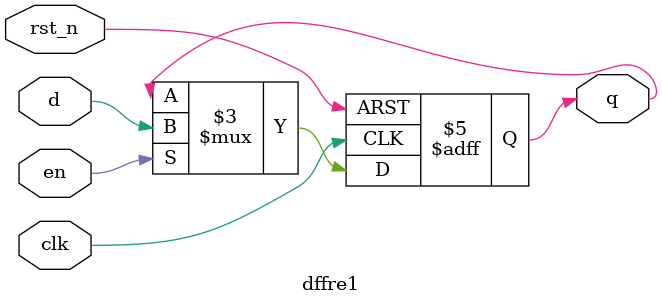
<source format=v>
module dffre1#(
	parameter WIDTH = 1
)(
	input 					clk,
	input 					rst_n,
	input  	[WIDTH -1:0]	d,
	input					en,
	output reg[WIDTH -1:0]	q
);
always @(posedge clk or negedge rst_n)begin
	if(~rst_n)  q <= {WIDTH{1'b1}};
	else if(en) q <= d;
end
endmodule
</source>
